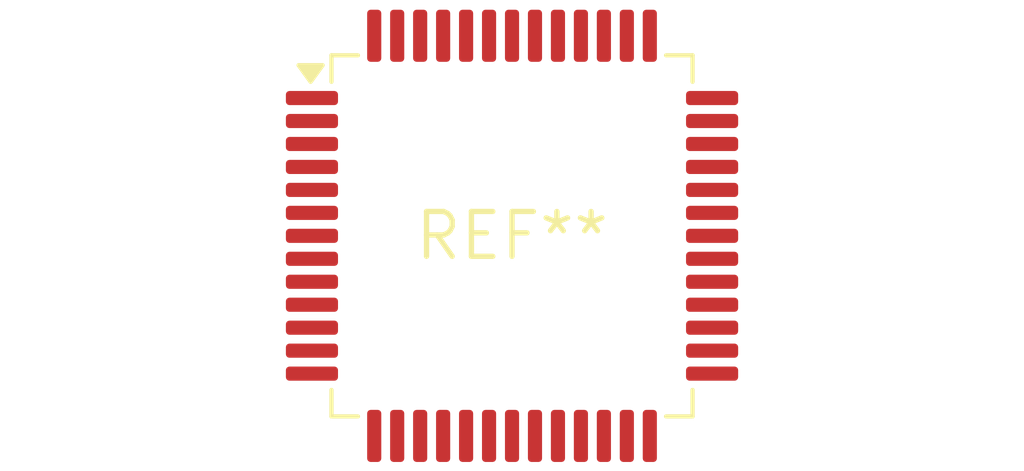
<source format=kicad_pcb>
(kicad_pcb (version 20240108) (generator pcbnew)
  (layers (0 "F.Cu" signal) (31 "B.Cu" signal) (34 "B.Paste" user) (35 "F.Paste" user) (36 "B.SilkS" user "B.Silkscreen") (37 "F.SilkS" user "F.Silkscreen") (38 "B.Mask" user) (39 "F.Mask" user) (44 "Edge.Cuts" user))
  (net 0 "")
  (footprint "LQFP-52_10x10mm_P0.65mm" (layer "F.Cu") (at 0 0)
    (property "Reference" "REF**")
    (property "Value" "LQFP-52_10x10mm_P0.65mm")
    (fp_line (start -5.11 -5.11) (end -5.11 -4.36) (layer "F.SilkS") (stroke (width 0.12)))
    (fp_line (start -5.11 5.11) (end -5.11 4.36) (layer "F.SilkS") (stroke (width 0.12)))
    (fp_line (start -4.36 -5.11) (end -5.11 -5.11) (layer "F.SilkS") (stroke (width 0.12)))
    (fp_line (start -4.36 5.11) (end -5.11 5.11) (layer "F.SilkS") (stroke (width 0.12)))
    (fp_line (start 4.36 -5.11) (end 5.11 -5.11) (layer "F.SilkS") (stroke (width 0.12)))
    (fp_line (start 4.36 5.11) (end 5.11 5.11) (layer "F.SilkS") (stroke (width 0.12)))
    (fp_line (start 5.11 -5.11) (end 5.11 -4.36) (layer "F.SilkS") (stroke (width 0.12)))
    (fp_line (start 5.11 5.11) (end 5.11 4.36) (layer "F.SilkS") (stroke (width 0.12)))
    (fp_poly (pts (xy -5.7 -4.36) (xy -6.04 -4.83) (xy -5.36 -4.83) (xy -5.7 -4.36)) (layer "F.SilkS") (stroke (width 0.12)) (fill solid))
    (pad "1" smd roundrect (at -5.6625 -3.9) (size 1.475 0.4) (layers "F.Cu" "F.Paste" "F.Mask"))
    (pad "2" smd roundrect (at -5.6625 -3.25) (size 1.475 0.4) (layers "F.Cu" "F.Paste" "F.Mask"))
    (pad "3" smd roundrect (at -5.6625 -2.6) (size 1.475 0.4) (layers "F.Cu" "F.Paste" "F.Mask"))
    (pad "4" smd roundrect (at -5.6625 -1.95) (size 1.475 0.4) (layers "F.Cu" "F.Paste" "F.Mask"))
    (pad "5" smd roundrect (at -5.6625 -1.3) (size 1.475 0.4) (layers "F.Cu" "F.Paste" "F.Mask"))
    (pad "6" smd roundrect (at -5.6625 -0.65) (size 1.475 0.4) (layers "F.Cu" "F.Paste" "F.Mask"))
    (pad "7" smd roundrect (at -5.6625 0) (size 1.475 0.4) (layers "F.Cu" "F.Paste" "F.Mask"))
    (pad "8" smd roundrect (at -5.6625 0.65) (size 1.475 0.4) (layers "F.Cu" "F.Paste" "F.Mask"))
    (pad "9" smd roundrect (at -5.6625 1.3) (size 1.475 0.4) (layers "F.Cu" "F.Paste" "F.Mask"))
    (pad "10" smd roundrect (at -5.6625 1.95) (size 1.475 0.4) (layers "F.Cu" "F.Paste" "F.Mask"))
    (pad "11" smd roundrect (at -5.6625 2.6) (size 1.475 0.4) (layers "F.Cu" "F.Paste" "F.Mask"))
    (pad "12" smd roundrect (at -5.6625 3.25) (size 1.475 0.4) (layers "F.Cu" "F.Paste" "F.Mask"))
    (pad "13" smd roundrect (at -5.6625 3.9) (size 1.475 0.4) (layers "F.Cu" "F.Paste" "F.Mask"))
    (pad "14" smd roundrect (at -3.9 5.6625) (size 0.4 1.475) (layers "F.Cu" "F.Paste" "F.Mask"))
    (pad "15" smd roundrect (at -3.25 5.6625) (size 0.4 1.475) (layers "F.Cu" "F.Paste" "F.Mask"))
    (pad "16" smd roundrect (at -2.6 5.6625) (size 0.4 1.475) (layers "F.Cu" "F.Paste" "F.Mask"))
    (pad "17" smd roundrect (at -1.95 5.6625) (size 0.4 1.475) (layers "F.Cu" "F.Paste" "F.Mask"))
    (pad "18" smd roundrect (at -1.3 5.6625) (size 0.4 1.475) (layers "F.Cu" "F.Paste" "F.Mask"))
    (pad "19" smd roundrect (at -0.65 5.6625) (size 0.4 1.475) (layers "F.Cu" "F.Paste" "F.Mask"))
    (pad "20" smd roundrect (at 0 5.6625) (size 0.4 1.475) (layers "F.Cu" "F.Paste" "F.Mask"))
    (pad "21" smd roundrect (at 0.65 5.6625) (size 0.4 1.475) (layers "F.Cu" "F.Paste" "F.Mask"))
    (pad "22" smd roundrect (at 1.3 5.6625) (size 0.4 1.475) (layers "F.Cu" "F.Paste" "F.Mask"))
    (pad "23" smd roundrect (at 1.95 5.6625) (size 0.4 1.475) (layers "F.Cu" "F.Paste" "F.Mask"))
    (pad "24" smd roundrect (at 2.6 5.6625) (size 0.4 1.475) (layers "F.Cu" "F.Paste" "F.Mask"))
    (pad "25" smd roundrect (at 3.25 5.6625) (size 0.4 1.475) (layers "F.Cu" "F.Paste" "F.Mask"))
    (pad "26" smd roundrect (at 3.9 5.6625) (size 0.4 1.475) (layers "F.Cu" "F.Paste" "F.Mask"))
    (pad "27" smd roundrect (at 5.6625 3.9) (size 1.475 0.4) (layers "F.Cu" "F.Paste" "F.Mask"))
    (pad "28" smd roundrect (at 5.6625 3.25) (size 1.475 0.4) (layers "F.Cu" "F.Paste" "F.Mask"))
    (pad "29" smd roundrect (at 5.6625 2.6) (size 1.475 0.4) (layers "F.Cu" "F.Paste" "F.Mask"))
    (pad "30" smd roundrect (at 5.6625 1.95) (size 1.475 0.4) (layers "F.Cu" "F.Paste" "F.Mask"))
    (pad "31" smd roundrect (at 5.6625 1.3) (size 1.475 0.4) (layers "F.Cu" "F.Paste" "F.Mask"))
    (pad "32" smd roundrect (at 5.6625 0.65) (size 1.475 0.4) (layers "F.Cu" "F.Paste" "F.Mask"))
    (pad "33" smd roundrect (at 5.6625 0) (size 1.475 0.4) (layers "F.Cu" "F.Paste" "F.Mask"))
    (pad "34" smd roundrect (at 5.6625 -0.65) (size 1.475 0.4) (layers "F.Cu" "F.Paste" "F.Mask"))
    (pad "35" smd roundrect (at 5.6625 -1.3) (size 1.475 0.4) (layers "F.Cu" "F.Paste" "F.Mask"))
    (pad "36" smd roundrect (at 5.6625 -1.95) (size 1.475 0.4) (layers "F.Cu" "F.Paste" "F.Mask"))
    (pad "37" smd roundrect (at 5.6625 -2.6) (size 1.475 0.4) (layers "F.Cu" "F.Paste" "F.Mask"))
    (pad "38" smd roundrect (at 5.6625 -3.25) (size 1.475 0.4) (layers "F.Cu" "F.Paste" "F.Mask"))
    (pad "39" smd roundrect (at 5.6625 -3.9) (size 1.475 0.4) (layers "F.Cu" "F.Paste" "F.Mask"))
    (pad "40" smd roundrect (at 3.9 -5.6625) (size 0.4 1.475) (layers "F.Cu" "F.Paste" "F.Mask"))
    (pad "41" smd roundrect (at 3.25 -5.6625) (size 0.4 1.475) (layers "F.Cu" "F.Paste" "F.Mask"))
    (pad "42" smd roundrect (at 2.6 -5.6625) (size 0.4 1.475) (layers "F.Cu" "F.Paste" "F.Mask"))
    (pad "43" smd roundrect (at 1.95 -5.6625) (size 0.4 1.475) (layers "F.Cu" "F.Paste" "F.Mask"))
    (pad "44" smd roundrect (at 1.3 -5.6625) (size 0.4 1.475) (layers "F.Cu" "F.Paste" "F.Mask"))
    (pad "45" smd roundrect (at 0.65 -5.6625) (size 0.4 1.475) (layers "F.Cu" "F.Paste" "F.Mask"))
    (pad "46" smd roundrect (at 0 -5.6625) (size 0.4 1.475) (layers "F.Cu" "F.Paste" "F.Mask"))
    (pad "47" smd roundrect (at -0.65 -5.6625) (size 0.4 1.475) (layers "F.Cu" "F.Paste" "F.Mask"))
    (pad "48" smd roundrect (at -1.3 -5.6625) (size 0.4 1.475) (layers "F.Cu" "F.Paste" "F.Mask"))
    (pad "49" smd roundrect (at -1.95 -5.6625) (size 0.4 1.475) (layers "F.Cu" "F.Paste" "F.Mask"))
    (pad "50" smd roundrect (at -2.6 -5.6625) (size 0.4 1.475) (layers "F.Cu" "F.Paste" "F.Mask"))
    (pad "51" smd roundrect (at -3.25 -5.6625) (size 0.4 1.475) (layers "F.Cu" "F.Paste" "F.Mask"))
    (pad "52" smd roundrect (at -3.9 -5.6625) (size 0.4 1.475) (layers "F.Cu" "F.Paste" "F.Mask"))
  )
)
</source>
